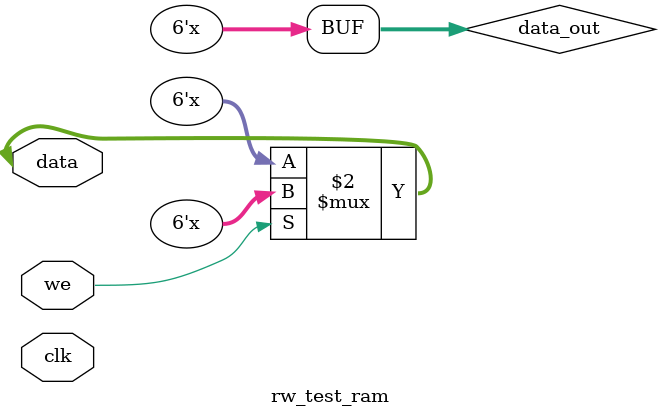
<source format=v>
`timescale 1ns / 1ps


module rw_test_ram(clk,we,data);

input clk,we;
inout [5:0] data;
reg [5:0] data_out;
reg [5:0] mem;
assign data = (!we)?data_out : 6'bz;

always @(*) begin
    if(we) begin
        mem <= data;
    end else
        data_out <= mem;
end

endmodule

</source>
